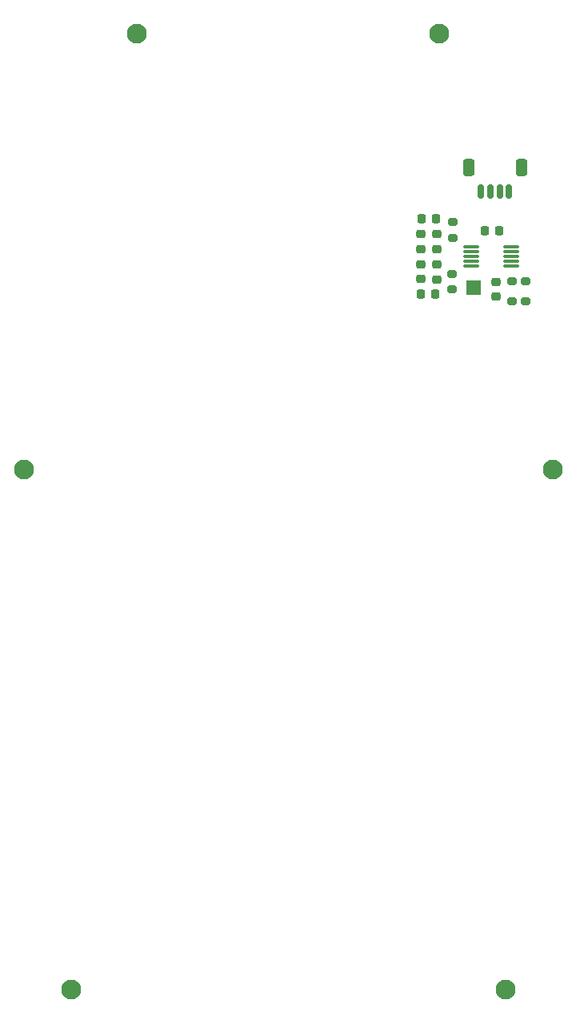
<source format=gbr>
%TF.GenerationSoftware,KiCad,Pcbnew,8.0.8*%
%TF.CreationDate,2025-04-16T18:52:08+01:00*%
%TF.ProjectId,Front_panel_Tx,46726f6e-745f-4706-916e-656c5f54782e,rev?*%
%TF.SameCoordinates,Original*%
%TF.FileFunction,Soldermask,Top*%
%TF.FilePolarity,Negative*%
%FSLAX46Y46*%
G04 Gerber Fmt 4.6, Leading zero omitted, Abs format (unit mm)*
G04 Created by KiCad (PCBNEW 8.0.8) date 2025-04-16 18:52:08*
%MOMM*%
%LPD*%
G01*
G04 APERTURE LIST*
G04 Aperture macros list*
%AMRoundRect*
0 Rectangle with rounded corners*
0 $1 Rounding radius*
0 $2 $3 $4 $5 $6 $7 $8 $9 X,Y pos of 4 corners*
0 Add a 4 corners polygon primitive as box body*
4,1,4,$2,$3,$4,$5,$6,$7,$8,$9,$2,$3,0*
0 Add four circle primitives for the rounded corners*
1,1,$1+$1,$2,$3*
1,1,$1+$1,$4,$5*
1,1,$1+$1,$6,$7*
1,1,$1+$1,$8,$9*
0 Add four rect primitives between the rounded corners*
20,1,$1+$1,$2,$3,$4,$5,0*
20,1,$1+$1,$4,$5,$6,$7,0*
20,1,$1+$1,$6,$7,$8,$9,0*
20,1,$1+$1,$8,$9,$2,$3,0*%
G04 Aperture macros list end*
%ADD10C,2.100000*%
%ADD11RoundRect,0.225000X-0.225000X-0.250000X0.225000X-0.250000X0.225000X0.250000X-0.225000X0.250000X0*%
%ADD12RoundRect,0.087500X0.725000X0.087500X-0.725000X0.087500X-0.725000X-0.087500X0.725000X-0.087500X0*%
%ADD13RoundRect,0.225000X0.250000X-0.225000X0.250000X0.225000X-0.250000X0.225000X-0.250000X-0.225000X0*%
%ADD14RoundRect,0.225000X-0.250000X0.225000X-0.250000X-0.225000X0.250000X-0.225000X0.250000X0.225000X0*%
%ADD15RoundRect,0.200000X0.300000X0.200000X-0.300000X0.200000X-0.300000X-0.200000X0.300000X-0.200000X0*%
%ADD16RoundRect,0.250000X-0.350000X-0.650000X0.350000X-0.650000X0.350000X0.650000X-0.350000X0.650000X0*%
%ADD17RoundRect,0.150000X-0.150000X-0.625000X0.150000X-0.625000X0.150000X0.625000X-0.150000X0.625000X0*%
%ADD18RoundRect,0.218750X0.218750X0.256250X-0.218750X0.256250X-0.218750X-0.256250X0.218750X-0.256250X0*%
%ADD19RoundRect,0.200000X0.275000X-0.200000X0.275000X0.200000X-0.275000X0.200000X-0.275000X-0.200000X0*%
%ADD20RoundRect,0.200000X-0.275000X0.200000X-0.275000X-0.200000X0.275000X-0.200000X0.275000X0.200000X0*%
%ADD21R,1.500000X1.500000*%
G04 APERTURE END LIST*
D10*
%TO.C,H6*%
X146500000Y-46500000D03*
%TD*%
%TO.C,H5*%
X114500000Y-46500000D03*
%TD*%
%TO.C,H4*%
X153500000Y-147500000D03*
%TD*%
%TO.C,H3*%
X107500000Y-147500000D03*
%TD*%
%TO.C,H2*%
X158500000Y-92500000D03*
%TD*%
%TO.C,H1*%
X102500000Y-92500000D03*
%TD*%
D11*
%TO.C,C2*%
X152845000Y-67300000D03*
X151295000Y-67300000D03*
%TD*%
D12*
%TO.C,Y1*%
X149890000Y-71030000D03*
X149890000Y-70530000D03*
X149890000Y-70030000D03*
X149890000Y-69530000D03*
X149890000Y-69030000D03*
X154115000Y-69030000D03*
X154115000Y-69530000D03*
X154115000Y-70030000D03*
X154115000Y-70530000D03*
X154115000Y-71030000D03*
%TD*%
D13*
%TO.C,C1*%
X152480000Y-72695000D03*
X152480000Y-74245000D03*
%TD*%
D14*
%TO.C,C3*%
X144570000Y-69215000D03*
X144570000Y-67665000D03*
%TD*%
D15*
%TO.C,Y2*%
X154210000Y-74740000D03*
X154210000Y-72640000D03*
X155610000Y-72640000D03*
X155610000Y-74740000D03*
%TD*%
D16*
%TO.C,J1*%
X155180000Y-60630000D03*
X149580000Y-60630000D03*
D17*
X153880000Y-63155000D03*
X152880000Y-63155000D03*
X151880000Y-63155000D03*
X150880000Y-63155000D03*
%TD*%
D18*
%TO.C,L1*%
X144592500Y-66060000D03*
X146167500Y-66060000D03*
%TD*%
D19*
%TO.C,R2*%
X147870000Y-71860000D03*
X147870000Y-73510000D03*
%TD*%
D18*
%TO.C,L2*%
X144502500Y-74030000D03*
X146077500Y-74030000D03*
%TD*%
D14*
%TO.C,C4*%
X144510000Y-72415000D03*
X144510000Y-70865000D03*
%TD*%
%TO.C,C6*%
X146210000Y-72445000D03*
X146210000Y-70895000D03*
%TD*%
%TO.C,C5*%
X146230000Y-69215000D03*
X146230000Y-67665000D03*
%TD*%
D20*
%TO.C,R1*%
X147920000Y-68055000D03*
X147920000Y-66405000D03*
%TD*%
D21*
%TO.C,J2*%
X150160000Y-73300000D03*
%TD*%
M02*

</source>
